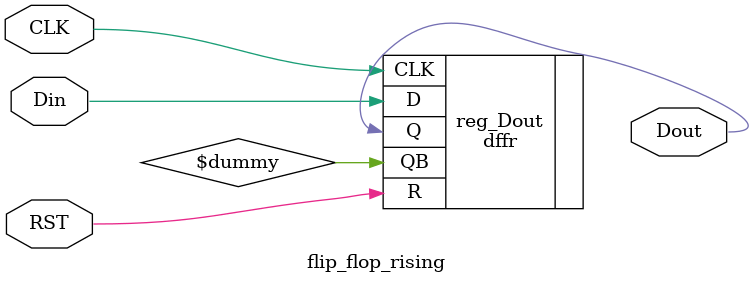
<source format=v>


module flip_flop_rising ( CLK, RST, Din, Dout ) ;

    input CLK ;
    input RST ;
    input Din ;
    output Dout ;

    wire [0:0] \$dummy ;




    dffr reg_Dout (.Q (Dout), .QB (\$dummy [0]), .D (Din), .CLK (CLK), .R (RST)
         ) ;
endmodule


</source>
